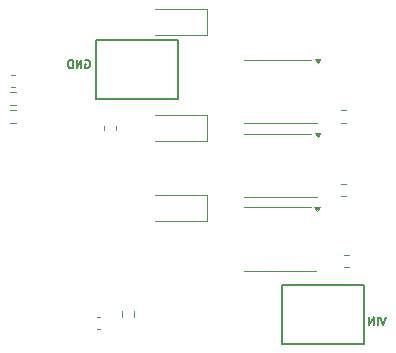
<source format=gbr>
%TF.GenerationSoftware,KiCad,Pcbnew,8.0.5*%
%TF.CreationDate,2025-03-16T21:49:30+05:30*%
%TF.ProjectId,bldc,626c6463-2e6b-4696-9361-645f70636258,rev?*%
%TF.SameCoordinates,Original*%
%TF.FileFunction,Legend,Bot*%
%TF.FilePolarity,Positive*%
%FSLAX46Y46*%
G04 Gerber Fmt 4.6, Leading zero omitted, Abs format (unit mm)*
G04 Created by KiCad (PCBNEW 8.0.5) date 2025-03-16 21:49:30*
%MOMM*%
%LPD*%
G01*
G04 APERTURE LIST*
%ADD10C,0.150000*%
%ADD11C,0.120000*%
G04 APERTURE END LIST*
D10*
X73367982Y-100739866D02*
X73434649Y-100706533D01*
X73434649Y-100706533D02*
X73534649Y-100706533D01*
X73534649Y-100706533D02*
X73634649Y-100739866D01*
X73634649Y-100739866D02*
X73701316Y-100806533D01*
X73701316Y-100806533D02*
X73734649Y-100873200D01*
X73734649Y-100873200D02*
X73767982Y-101006533D01*
X73767982Y-101006533D02*
X73767982Y-101106533D01*
X73767982Y-101106533D02*
X73734649Y-101239866D01*
X73734649Y-101239866D02*
X73701316Y-101306533D01*
X73701316Y-101306533D02*
X73634649Y-101373200D01*
X73634649Y-101373200D02*
X73534649Y-101406533D01*
X73534649Y-101406533D02*
X73467982Y-101406533D01*
X73467982Y-101406533D02*
X73367982Y-101373200D01*
X73367982Y-101373200D02*
X73334649Y-101339866D01*
X73334649Y-101339866D02*
X73334649Y-101106533D01*
X73334649Y-101106533D02*
X73467982Y-101106533D01*
X73034649Y-101406533D02*
X73034649Y-100706533D01*
X73034649Y-100706533D02*
X72634649Y-101406533D01*
X72634649Y-101406533D02*
X72634649Y-100706533D01*
X72301316Y-101406533D02*
X72301316Y-100706533D01*
X72301316Y-100706533D02*
X72134649Y-100706533D01*
X72134649Y-100706533D02*
X72034649Y-100739866D01*
X72034649Y-100739866D02*
X71967983Y-100806533D01*
X71967983Y-100806533D02*
X71934649Y-100873200D01*
X71934649Y-100873200D02*
X71901316Y-101006533D01*
X71901316Y-101006533D02*
X71901316Y-101106533D01*
X71901316Y-101106533D02*
X71934649Y-101239866D01*
X71934649Y-101239866D02*
X71967983Y-101306533D01*
X71967983Y-101306533D02*
X72034649Y-101373200D01*
X72034649Y-101373200D02*
X72134649Y-101406533D01*
X72134649Y-101406533D02*
X72301316Y-101406533D01*
X98834649Y-122456533D02*
X98601316Y-123156533D01*
X98601316Y-123156533D02*
X98367982Y-122456533D01*
X98134649Y-123156533D02*
X98134649Y-122456533D01*
X97801316Y-123156533D02*
X97801316Y-122456533D01*
X97801316Y-122456533D02*
X97401316Y-123156533D01*
X97401316Y-123156533D02*
X97401316Y-122456533D01*
%TO.C,TP5*%
X81250000Y-104000000D02*
X74250000Y-104000000D01*
X74250000Y-104000000D02*
X74250000Y-99000000D01*
X81250000Y-99000000D02*
X81250000Y-104000000D01*
X74250000Y-99000000D02*
X81250000Y-99000000D01*
%TO.C,TP4*%
X97000000Y-124750000D02*
X90000000Y-124750000D01*
X90000000Y-124750000D02*
X90000000Y-119750000D01*
X97000000Y-119750000D02*
X97000000Y-124750000D01*
X90000000Y-119750000D02*
X97000000Y-119750000D01*
D11*
%TO.C,C17*%
X76010000Y-106640580D02*
X76010000Y-106359420D01*
X74990000Y-106640580D02*
X74990000Y-106359420D01*
%TO.C,C16*%
X67109420Y-103010000D02*
X67390580Y-103010000D01*
X67109420Y-101990000D02*
X67390580Y-101990000D01*
%TO.C,C13*%
X74359420Y-122490000D02*
X74640580Y-122490000D01*
X74359420Y-123510000D02*
X74640580Y-123510000D01*
%TO.C,R18*%
X67487258Y-103477500D02*
X67012742Y-103477500D01*
X67487258Y-104522500D02*
X67012742Y-104522500D01*
%TO.C,R11*%
X77522500Y-122487258D02*
X77522500Y-122012742D01*
X76477500Y-122487258D02*
X76477500Y-122012742D01*
%TO.C,R7*%
X67487258Y-106022500D02*
X67012742Y-106022500D01*
X67487258Y-104977500D02*
X67012742Y-104977500D01*
%TO.C,R5*%
X95262742Y-117227500D02*
X95737258Y-117227500D01*
X95262742Y-118272500D02*
X95737258Y-118272500D01*
%TO.C,R3*%
X95012742Y-111227500D02*
X95487258Y-111227500D01*
X95012742Y-112272500D02*
X95487258Y-112272500D01*
%TO.C,R1*%
X95012742Y-106022500D02*
X95487258Y-106022500D01*
X95012742Y-104977500D02*
X95487258Y-104977500D01*
%TO.C,Q9*%
X92470000Y-113215000D02*
X86790000Y-113215000D01*
X92910000Y-118585000D02*
X86790000Y-118585000D01*
X92981622Y-113479730D02*
X92741622Y-113149730D01*
X93221622Y-113149730D01*
X92981622Y-113479730D01*
G36*
X92981622Y-113479730D02*
G01*
X92741622Y-113149730D01*
X93221622Y-113149730D01*
X92981622Y-113479730D01*
G37*
%TO.C,Q7*%
X92525000Y-106970000D02*
X86845000Y-106970000D01*
X92965000Y-112340000D02*
X86845000Y-112340000D01*
X93036622Y-107234730D02*
X92796622Y-106904730D01*
X93276622Y-106904730D01*
X93036622Y-107234730D01*
G36*
X93036622Y-107234730D02*
G01*
X92796622Y-106904730D01*
X93276622Y-106904730D01*
X93036622Y-107234730D01*
G37*
%TO.C,Q1*%
X92525000Y-100720000D02*
X86845000Y-100720000D01*
X92965000Y-106090000D02*
X86845000Y-106090000D01*
X93036622Y-100984730D02*
X92796622Y-100654730D01*
X93276622Y-100654730D01*
X93036622Y-100984730D01*
G36*
X93036622Y-100984730D02*
G01*
X92796622Y-100654730D01*
X93276622Y-100654730D01*
X93036622Y-100984730D01*
G37*
%TO.C,D3*%
X83660000Y-114360000D02*
X83660000Y-112140000D01*
X79250000Y-114360000D02*
X83660000Y-114360000D01*
X83660000Y-112140000D02*
X79250000Y-112140000D01*
%TO.C,D2*%
X83660000Y-107610000D02*
X83660000Y-105390000D01*
X79250000Y-107610000D02*
X83660000Y-107610000D01*
X83660000Y-105390000D02*
X79250000Y-105390000D01*
%TO.C,D1*%
X83660000Y-98610000D02*
X83660000Y-96390000D01*
X79250000Y-98610000D02*
X83660000Y-98610000D01*
X83660000Y-96390000D02*
X79250000Y-96390000D01*
%TD*%
M02*

</source>
